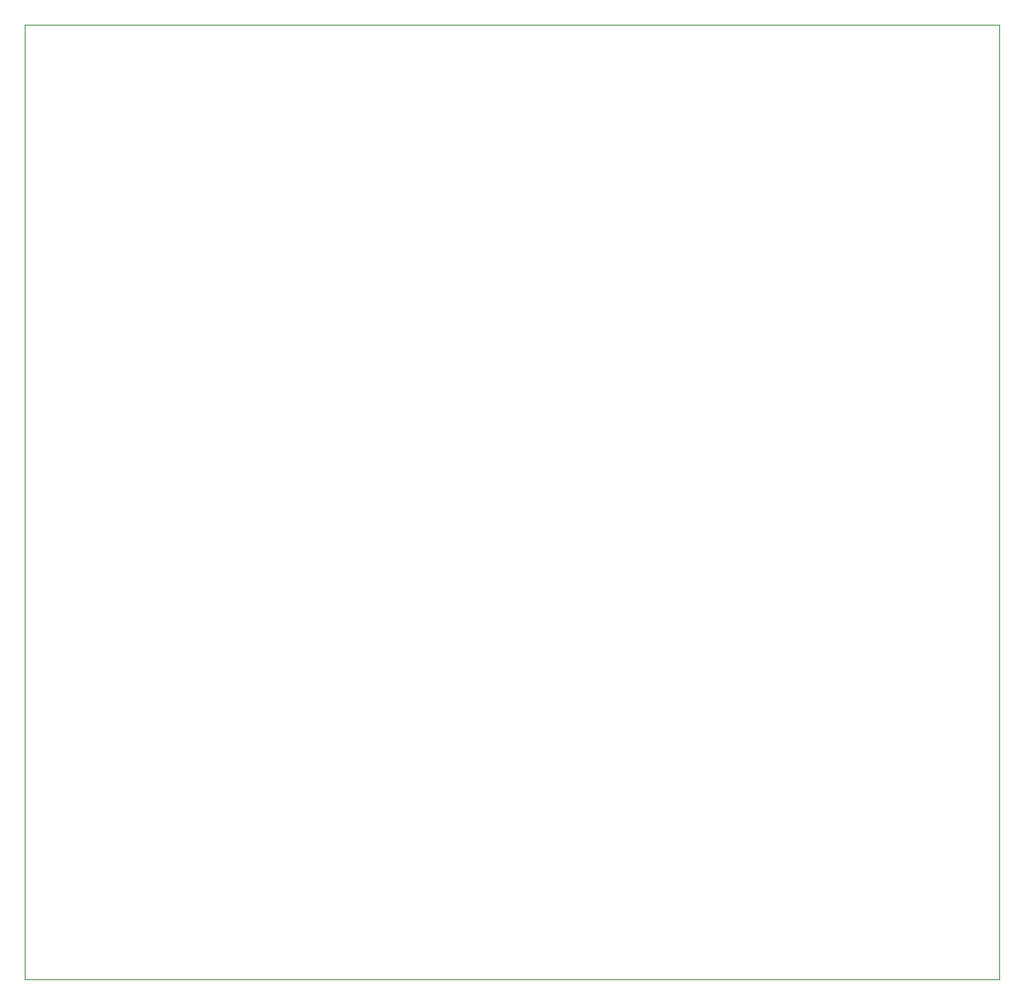
<source format=gko>
G04 Layer_Color=16720538*
%FSLAX24Y24*%
%MOIN*%
G70*
G01*
G75*
%ADD138C,0.0039*%
D138*
X49232Y51968D02*
G03*
X49213Y51988I-20J0D01*
G01*
X49232Y51968D02*
G03*
X49213Y51988I-20J0D01*
G01*
Y13366D02*
G03*
X49232Y13386I0J20D01*
G01*
X49213Y13366D02*
G03*
X49232Y13386I0J20D01*
G01*
X9843Y51988D02*
G03*
X9823Y51968I0J-20D01*
G01*
X9843Y51988D02*
G03*
X9823Y51968I0J-20D01*
G01*
Y13386D02*
G03*
X9843Y13366I20J0D01*
G01*
X9823Y13386D02*
G03*
X9843Y13366I20J0D01*
G01*
X29528Y51988D02*
X49213D01*
X49232Y13386D02*
Y51968D01*
X29528Y13366D02*
X49213D01*
X10236Y51988D02*
X29528D01*
X9843D02*
X10236D01*
X9843Y13366D02*
X29528D01*
X9823Y13386D02*
Y51968D01*
M02*

</source>
